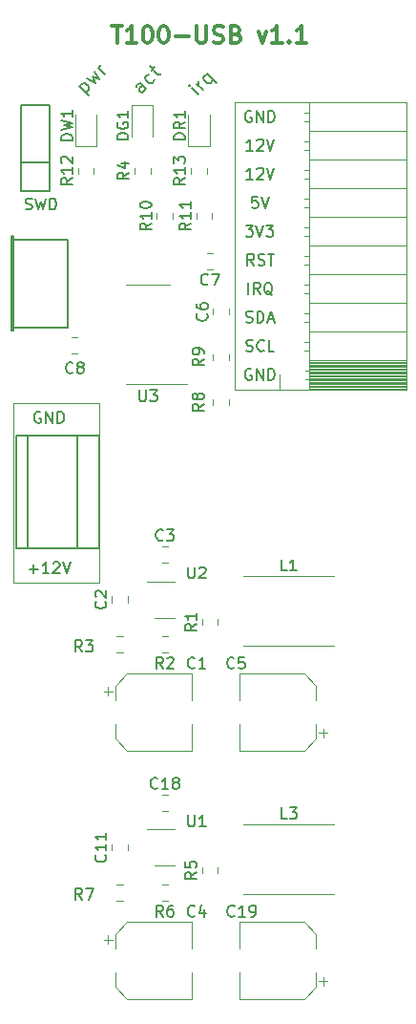
<source format=gbr>
G04 #@! TF.GenerationSoftware,KiCad,Pcbnew,5.1.5+dfsg1-2build2*
G04 #@! TF.CreationDate,2021-04-04T02:08:23+02:00*
G04 #@! TF.ProjectId,t100-usb,74313030-2d75-4736-922e-6b696361645f,rev?*
G04 #@! TF.SameCoordinates,Original*
G04 #@! TF.FileFunction,Legend,Top*
G04 #@! TF.FilePolarity,Positive*
%FSLAX46Y46*%
G04 Gerber Fmt 4.6, Leading zero omitted, Abs format (unit mm)*
G04 Created by KiCad (PCBNEW 5.1.5+dfsg1-2build2) date 2021-04-04 02:08:23*
%MOMM*%
%LPD*%
G04 APERTURE LIST*
%ADD10C,0.120000*%
%ADD11C,0.150000*%
%ADD12C,0.300000*%
%ADD13C,0.200000*%
%ADD14C,0.200660*%
G04 APERTURE END LIST*
D10*
X108775000Y-86420000D02*
X102235000Y-86420000D01*
X102235000Y-60900000D02*
X108775000Y-60900000D01*
X82550000Y-103505000D02*
X82550000Y-87630000D01*
X82550000Y-87630000D02*
X90170000Y-87630000D01*
X90170000Y-87630000D02*
X90170000Y-103505000D01*
X90170000Y-103505000D02*
X82550000Y-103505000D01*
D11*
X83642857Y-70404761D02*
X83785714Y-70452380D01*
X84023809Y-70452380D01*
X84119047Y-70404761D01*
X84166666Y-70357142D01*
X84214285Y-70261904D01*
X84214285Y-70166666D01*
X84166666Y-70071428D01*
X84119047Y-70023809D01*
X84023809Y-69976190D01*
X83833333Y-69928571D01*
X83738095Y-69880952D01*
X83690476Y-69833333D01*
X83642857Y-69738095D01*
X83642857Y-69642857D01*
X83690476Y-69547619D01*
X83738095Y-69500000D01*
X83833333Y-69452380D01*
X84071428Y-69452380D01*
X84214285Y-69500000D01*
X84547619Y-69452380D02*
X84785714Y-70452380D01*
X84976190Y-69738095D01*
X85166666Y-70452380D01*
X85404761Y-69452380D01*
X85785714Y-70452380D02*
X85785714Y-69452380D01*
X86023809Y-69452380D01*
X86166666Y-69500000D01*
X86261904Y-69595238D01*
X86309523Y-69690476D01*
X86357142Y-69880952D01*
X86357142Y-70023809D01*
X86309523Y-70214285D01*
X86261904Y-70309523D01*
X86166666Y-70404761D01*
X86023809Y-70452380D01*
X85785714Y-70452380D01*
D12*
X91321428Y-54178571D02*
X92178571Y-54178571D01*
X91750000Y-55678571D02*
X91750000Y-54178571D01*
X93464285Y-55678571D02*
X92607142Y-55678571D01*
X93035714Y-55678571D02*
X93035714Y-54178571D01*
X92892857Y-54392857D01*
X92750000Y-54535714D01*
X92607142Y-54607142D01*
X94392857Y-54178571D02*
X94535714Y-54178571D01*
X94678571Y-54250000D01*
X94750000Y-54321428D01*
X94821428Y-54464285D01*
X94892857Y-54750000D01*
X94892857Y-55107142D01*
X94821428Y-55392857D01*
X94750000Y-55535714D01*
X94678571Y-55607142D01*
X94535714Y-55678571D01*
X94392857Y-55678571D01*
X94250000Y-55607142D01*
X94178571Y-55535714D01*
X94107142Y-55392857D01*
X94035714Y-55107142D01*
X94035714Y-54750000D01*
X94107142Y-54464285D01*
X94178571Y-54321428D01*
X94250000Y-54250000D01*
X94392857Y-54178571D01*
X95821428Y-54178571D02*
X95964285Y-54178571D01*
X96107142Y-54250000D01*
X96178571Y-54321428D01*
X96250000Y-54464285D01*
X96321428Y-54750000D01*
X96321428Y-55107142D01*
X96250000Y-55392857D01*
X96178571Y-55535714D01*
X96107142Y-55607142D01*
X95964285Y-55678571D01*
X95821428Y-55678571D01*
X95678571Y-55607142D01*
X95607142Y-55535714D01*
X95535714Y-55392857D01*
X95464285Y-55107142D01*
X95464285Y-54750000D01*
X95535714Y-54464285D01*
X95607142Y-54321428D01*
X95678571Y-54250000D01*
X95821428Y-54178571D01*
X96964285Y-55107142D02*
X98107142Y-55107142D01*
X98821428Y-54178571D02*
X98821428Y-55392857D01*
X98892857Y-55535714D01*
X98964285Y-55607142D01*
X99107142Y-55678571D01*
X99392857Y-55678571D01*
X99535714Y-55607142D01*
X99607142Y-55535714D01*
X99678571Y-55392857D01*
X99678571Y-54178571D01*
X100321428Y-55607142D02*
X100535714Y-55678571D01*
X100892857Y-55678571D01*
X101035714Y-55607142D01*
X101107142Y-55535714D01*
X101178571Y-55392857D01*
X101178571Y-55250000D01*
X101107142Y-55107142D01*
X101035714Y-55035714D01*
X100892857Y-54964285D01*
X100607142Y-54892857D01*
X100464285Y-54821428D01*
X100392857Y-54750000D01*
X100321428Y-54607142D01*
X100321428Y-54464285D01*
X100392857Y-54321428D01*
X100464285Y-54250000D01*
X100607142Y-54178571D01*
X100964285Y-54178571D01*
X101178571Y-54250000D01*
X102321428Y-54892857D02*
X102535714Y-54964285D01*
X102607142Y-55035714D01*
X102678571Y-55178571D01*
X102678571Y-55392857D01*
X102607142Y-55535714D01*
X102535714Y-55607142D01*
X102392857Y-55678571D01*
X101821428Y-55678571D01*
X101821428Y-54178571D01*
X102321428Y-54178571D01*
X102464285Y-54250000D01*
X102535714Y-54321428D01*
X102607142Y-54464285D01*
X102607142Y-54607142D01*
X102535714Y-54750000D01*
X102464285Y-54821428D01*
X102321428Y-54892857D01*
X101821428Y-54892857D01*
X104321428Y-54678571D02*
X104678571Y-55678571D01*
X105035714Y-54678571D01*
X106392857Y-55678571D02*
X105535714Y-55678571D01*
X105964285Y-55678571D02*
X105964285Y-54178571D01*
X105821428Y-54392857D01*
X105678571Y-54535714D01*
X105535714Y-54607142D01*
X107035714Y-55535714D02*
X107107142Y-55607142D01*
X107035714Y-55678571D01*
X106964285Y-55607142D01*
X107035714Y-55535714D01*
X107035714Y-55678571D01*
X108535714Y-55678571D02*
X107678571Y-55678571D01*
X108107142Y-55678571D02*
X108107142Y-54178571D01*
X107964285Y-54392857D01*
X107821428Y-54535714D01*
X107678571Y-54607142D01*
D13*
X98992812Y-60259903D02*
X98427126Y-59694218D01*
X98144284Y-59411375D02*
X98144284Y-59492187D01*
X98225096Y-59492187D01*
X98225096Y-59411375D01*
X98144284Y-59411375D01*
X98225096Y-59492187D01*
X99396873Y-59855842D02*
X98831187Y-59290157D01*
X98992812Y-59451781D02*
X98952406Y-59330563D01*
X98952406Y-59249751D01*
X98992812Y-59128532D01*
X99073624Y-59047720D01*
X99720122Y-58401222D02*
X100568650Y-59249751D01*
X100245401Y-58926502D02*
X100204995Y-59047720D01*
X100043371Y-59209344D01*
X99922152Y-59249751D01*
X99841340Y-59249751D01*
X99720122Y-59209344D01*
X99477685Y-58966908D01*
X99437279Y-58845690D01*
X99437279Y-58764877D01*
X99477685Y-58643659D01*
X99639309Y-58482035D01*
X99760528Y-58441628D01*
X94356467Y-59726248D02*
X93912000Y-59281781D01*
X93790781Y-59241375D01*
X93669563Y-59281781D01*
X93507939Y-59443405D01*
X93467533Y-59564624D01*
X94316061Y-59685842D02*
X94275655Y-59807060D01*
X94073624Y-60009091D01*
X93952406Y-60049497D01*
X93831187Y-60009091D01*
X93750375Y-59928279D01*
X93709969Y-59807060D01*
X93750375Y-59685842D01*
X93952406Y-59483812D01*
X93992812Y-59362593D01*
X95083777Y-58918126D02*
X95043371Y-59039344D01*
X94881746Y-59200969D01*
X94760528Y-59241375D01*
X94679716Y-59241375D01*
X94558497Y-59200969D01*
X94316061Y-58958532D01*
X94275655Y-58837314D01*
X94275655Y-58756502D01*
X94316061Y-58635283D01*
X94477685Y-58473659D01*
X94598903Y-58433253D01*
X94800934Y-58150410D02*
X95124183Y-57827161D01*
X94639309Y-57746349D02*
X95366619Y-58473659D01*
X95487838Y-58514065D01*
X95609056Y-58473659D01*
X95689868Y-58392847D01*
X88427126Y-59524218D02*
X89275655Y-60372746D01*
X88467533Y-59564624D02*
X88507939Y-59443405D01*
X88669563Y-59281781D01*
X88790781Y-59241375D01*
X88871594Y-59241375D01*
X88992812Y-59281781D01*
X89235248Y-59524218D01*
X89275655Y-59645436D01*
X89275655Y-59726248D01*
X89235248Y-59847466D01*
X89073624Y-60009091D01*
X88952406Y-60049497D01*
X89114030Y-58837314D02*
X89841340Y-59241375D01*
X89598903Y-58675690D01*
X90164589Y-58918126D01*
X89760528Y-58190816D01*
X90649462Y-58433253D02*
X90083777Y-57867567D01*
X90245401Y-58029192D02*
X90204995Y-57907974D01*
X90204995Y-57827161D01*
X90245401Y-57705943D01*
X90326213Y-57625131D01*
D11*
X84963095Y-88400000D02*
X84867857Y-88352380D01*
X84725000Y-88352380D01*
X84582142Y-88400000D01*
X84486904Y-88495238D01*
X84439285Y-88590476D01*
X84391666Y-88780952D01*
X84391666Y-88923809D01*
X84439285Y-89114285D01*
X84486904Y-89209523D01*
X84582142Y-89304761D01*
X84725000Y-89352380D01*
X84820238Y-89352380D01*
X84963095Y-89304761D01*
X85010714Y-89257142D01*
X85010714Y-88923809D01*
X84820238Y-88923809D01*
X85439285Y-89352380D02*
X85439285Y-88352380D01*
X86010714Y-89352380D01*
X86010714Y-88352380D01*
X86486904Y-89352380D02*
X86486904Y-88352380D01*
X86725000Y-88352380D01*
X86867857Y-88400000D01*
X86963095Y-88495238D01*
X87010714Y-88590476D01*
X87058333Y-88780952D01*
X87058333Y-88923809D01*
X87010714Y-89114285D01*
X86963095Y-89209523D01*
X86867857Y-89304761D01*
X86725000Y-89352380D01*
X86486904Y-89352380D01*
X83963095Y-102306428D02*
X84725000Y-102306428D01*
X84344047Y-102687380D02*
X84344047Y-101925476D01*
X85725000Y-102687380D02*
X85153571Y-102687380D01*
X85439285Y-102687380D02*
X85439285Y-101687380D01*
X85344047Y-101830238D01*
X85248809Y-101925476D01*
X85153571Y-101973095D01*
X86105952Y-101782619D02*
X86153571Y-101735000D01*
X86248809Y-101687380D01*
X86486904Y-101687380D01*
X86582142Y-101735000D01*
X86629761Y-101782619D01*
X86677380Y-101877857D01*
X86677380Y-101973095D01*
X86629761Y-102115952D01*
X86058333Y-102687380D01*
X86677380Y-102687380D01*
X86963095Y-101687380D02*
X87296428Y-102687380D01*
X87629761Y-101687380D01*
D10*
X102235000Y-60900000D02*
X102235000Y-86420000D01*
D11*
X103661785Y-84590000D02*
X103566547Y-84542380D01*
X103423690Y-84542380D01*
X103280833Y-84590000D01*
X103185595Y-84685238D01*
X103137976Y-84780476D01*
X103090357Y-84970952D01*
X103090357Y-85113809D01*
X103137976Y-85304285D01*
X103185595Y-85399523D01*
X103280833Y-85494761D01*
X103423690Y-85542380D01*
X103518928Y-85542380D01*
X103661785Y-85494761D01*
X103709404Y-85447142D01*
X103709404Y-85113809D01*
X103518928Y-85113809D01*
X104137976Y-85542380D02*
X104137976Y-84542380D01*
X104709404Y-85542380D01*
X104709404Y-84542380D01*
X105185595Y-85542380D02*
X105185595Y-84542380D01*
X105423690Y-84542380D01*
X105566547Y-84590000D01*
X105661785Y-84685238D01*
X105709404Y-84780476D01*
X105757023Y-84970952D01*
X105757023Y-85113809D01*
X105709404Y-85304285D01*
X105661785Y-85399523D01*
X105566547Y-85494761D01*
X105423690Y-85542380D01*
X105185595Y-85542380D01*
X103233214Y-82954761D02*
X103376071Y-83002380D01*
X103614166Y-83002380D01*
X103709404Y-82954761D01*
X103757023Y-82907142D01*
X103804643Y-82811904D01*
X103804643Y-82716666D01*
X103757023Y-82621428D01*
X103709404Y-82573809D01*
X103614166Y-82526190D01*
X103423690Y-82478571D01*
X103328452Y-82430952D01*
X103280833Y-82383333D01*
X103233214Y-82288095D01*
X103233214Y-82192857D01*
X103280833Y-82097619D01*
X103328452Y-82050000D01*
X103423690Y-82002380D01*
X103661785Y-82002380D01*
X103804643Y-82050000D01*
X104804643Y-82907142D02*
X104757023Y-82954761D01*
X104614166Y-83002380D01*
X104518928Y-83002380D01*
X104376071Y-82954761D01*
X104280833Y-82859523D01*
X104233214Y-82764285D01*
X104185595Y-82573809D01*
X104185595Y-82430952D01*
X104233214Y-82240476D01*
X104280833Y-82145238D01*
X104376071Y-82050000D01*
X104518928Y-82002380D01*
X104614166Y-82002380D01*
X104757023Y-82050000D01*
X104804643Y-82097619D01*
X105709404Y-83002380D02*
X105233214Y-83002380D01*
X105233214Y-82002380D01*
X103209404Y-80414761D02*
X103352261Y-80462380D01*
X103590356Y-80462380D01*
X103685594Y-80414761D01*
X103733213Y-80367142D01*
X103780832Y-80271904D01*
X103780832Y-80176666D01*
X103733213Y-80081428D01*
X103685594Y-80033809D01*
X103590356Y-79986190D01*
X103399880Y-79938571D01*
X103304642Y-79890952D01*
X103257023Y-79843333D01*
X103209404Y-79748095D01*
X103209404Y-79652857D01*
X103257023Y-79557619D01*
X103304642Y-79510000D01*
X103399880Y-79462380D01*
X103637975Y-79462380D01*
X103780832Y-79510000D01*
X104209404Y-80462380D02*
X104209404Y-79462380D01*
X104447499Y-79462380D01*
X104590356Y-79510000D01*
X104685594Y-79605238D01*
X104733213Y-79700476D01*
X104780832Y-79890952D01*
X104780832Y-80033809D01*
X104733213Y-80224285D01*
X104685594Y-80319523D01*
X104590356Y-80414761D01*
X104447499Y-80462380D01*
X104209404Y-80462380D01*
X105161785Y-80176666D02*
X105637975Y-80176666D01*
X105066547Y-80462380D02*
X105399880Y-79462380D01*
X105733213Y-80462380D01*
X103399880Y-77922380D02*
X103399880Y-76922380D01*
X104447499Y-77922380D02*
X104114166Y-77446190D01*
X103876071Y-77922380D02*
X103876071Y-76922380D01*
X104257023Y-76922380D01*
X104352261Y-76970000D01*
X104399880Y-77017619D01*
X104447499Y-77112857D01*
X104447499Y-77255714D01*
X104399880Y-77350952D01*
X104352261Y-77398571D01*
X104257023Y-77446190D01*
X103876071Y-77446190D01*
X105542737Y-78017619D02*
X105447499Y-77970000D01*
X105352261Y-77874761D01*
X105209404Y-77731904D01*
X105114166Y-77684285D01*
X105018928Y-77684285D01*
X105066547Y-77922380D02*
X104971309Y-77874761D01*
X104876071Y-77779523D01*
X104828452Y-77589047D01*
X104828452Y-77255714D01*
X104876071Y-77065238D01*
X104971309Y-76970000D01*
X105066547Y-76922380D01*
X105257023Y-76922380D01*
X105352261Y-76970000D01*
X105447499Y-77065238D01*
X105495118Y-77255714D01*
X105495118Y-77589047D01*
X105447499Y-77779523D01*
X105352261Y-77874761D01*
X105257023Y-77922380D01*
X105066547Y-77922380D01*
X103899881Y-75382380D02*
X103566547Y-74906190D01*
X103328452Y-75382380D02*
X103328452Y-74382380D01*
X103709404Y-74382380D01*
X103804643Y-74430000D01*
X103852262Y-74477619D01*
X103899881Y-74572857D01*
X103899881Y-74715714D01*
X103852262Y-74810952D01*
X103804643Y-74858571D01*
X103709404Y-74906190D01*
X103328452Y-74906190D01*
X104280833Y-75334761D02*
X104423690Y-75382380D01*
X104661785Y-75382380D01*
X104757023Y-75334761D01*
X104804643Y-75287142D01*
X104852262Y-75191904D01*
X104852262Y-75096666D01*
X104804643Y-75001428D01*
X104757023Y-74953809D01*
X104661785Y-74906190D01*
X104471309Y-74858571D01*
X104376071Y-74810952D01*
X104328452Y-74763333D01*
X104280833Y-74668095D01*
X104280833Y-74572857D01*
X104328452Y-74477619D01*
X104376071Y-74430000D01*
X104471309Y-74382380D01*
X104709404Y-74382380D01*
X104852262Y-74430000D01*
X105137976Y-74382380D02*
X105709404Y-74382380D01*
X105423690Y-75382380D02*
X105423690Y-74382380D01*
X103185595Y-71842380D02*
X103804643Y-71842380D01*
X103471309Y-72223333D01*
X103614166Y-72223333D01*
X103709404Y-72270952D01*
X103757023Y-72318571D01*
X103804643Y-72413809D01*
X103804643Y-72651904D01*
X103757023Y-72747142D01*
X103709404Y-72794761D01*
X103614166Y-72842380D01*
X103328452Y-72842380D01*
X103233214Y-72794761D01*
X103185595Y-72747142D01*
X104090357Y-71842380D02*
X104423690Y-72842380D01*
X104757023Y-71842380D01*
X104995119Y-71842380D02*
X105614166Y-71842380D01*
X105280833Y-72223333D01*
X105423690Y-72223333D01*
X105518928Y-72270952D01*
X105566547Y-72318571D01*
X105614166Y-72413809D01*
X105614166Y-72651904D01*
X105566547Y-72747142D01*
X105518928Y-72794761D01*
X105423690Y-72842380D01*
X105137976Y-72842380D01*
X105042738Y-72794761D01*
X104995119Y-72747142D01*
X104233213Y-69302380D02*
X103757023Y-69302380D01*
X103709404Y-69778571D01*
X103757023Y-69730952D01*
X103852261Y-69683333D01*
X104090356Y-69683333D01*
X104185594Y-69730952D01*
X104233213Y-69778571D01*
X104280832Y-69873809D01*
X104280832Y-70111904D01*
X104233213Y-70207142D01*
X104185594Y-70254761D01*
X104090356Y-70302380D01*
X103852261Y-70302380D01*
X103757023Y-70254761D01*
X103709404Y-70207142D01*
X104566547Y-69302380D02*
X104899880Y-70302380D01*
X105233213Y-69302380D01*
X103804643Y-67762380D02*
X103233214Y-67762380D01*
X103518928Y-67762380D02*
X103518928Y-66762380D01*
X103423690Y-66905238D01*
X103328452Y-67000476D01*
X103233214Y-67048095D01*
X104185595Y-66857619D02*
X104233214Y-66810000D01*
X104328452Y-66762380D01*
X104566547Y-66762380D01*
X104661785Y-66810000D01*
X104709404Y-66857619D01*
X104757023Y-66952857D01*
X104757023Y-67048095D01*
X104709404Y-67190952D01*
X104137976Y-67762380D01*
X104757023Y-67762380D01*
X105042738Y-66762380D02*
X105376071Y-67762380D01*
X105709404Y-66762380D01*
X103804643Y-65222380D02*
X103233214Y-65222380D01*
X103518928Y-65222380D02*
X103518928Y-64222380D01*
X103423690Y-64365238D01*
X103328452Y-64460476D01*
X103233214Y-64508095D01*
X104185595Y-64317619D02*
X104233214Y-64270000D01*
X104328452Y-64222380D01*
X104566547Y-64222380D01*
X104661785Y-64270000D01*
X104709404Y-64317619D01*
X104757023Y-64412857D01*
X104757023Y-64508095D01*
X104709404Y-64650952D01*
X104137976Y-65222380D01*
X104757023Y-65222380D01*
X105042738Y-64222380D02*
X105376071Y-65222380D01*
X105709404Y-64222380D01*
X103661785Y-61730000D02*
X103566547Y-61682380D01*
X103423690Y-61682380D01*
X103280833Y-61730000D01*
X103185595Y-61825238D01*
X103137976Y-61920476D01*
X103090357Y-62110952D01*
X103090357Y-62253809D01*
X103137976Y-62444285D01*
X103185595Y-62539523D01*
X103280833Y-62634761D01*
X103423690Y-62682380D01*
X103518928Y-62682380D01*
X103661785Y-62634761D01*
X103709404Y-62587142D01*
X103709404Y-62253809D01*
X103518928Y-62253809D01*
X104137976Y-62682380D02*
X104137976Y-61682380D01*
X104709404Y-62682380D01*
X104709404Y-61682380D01*
X105185595Y-62682380D02*
X105185595Y-61682380D01*
X105423690Y-61682380D01*
X105566547Y-61730000D01*
X105661785Y-61825238D01*
X105709404Y-61920476D01*
X105757023Y-62110952D01*
X105757023Y-62253809D01*
X105709404Y-62444285D01*
X105661785Y-62539523D01*
X105566547Y-62634761D01*
X105423690Y-62682380D01*
X105185595Y-62682380D01*
D10*
X107315000Y-86420000D02*
X106205000Y-86420000D01*
X106205000Y-86420000D02*
X106205000Y-85090000D01*
X117405000Y-86420000D02*
X117405000Y-60900000D01*
X117405000Y-60900000D02*
X108775000Y-60900000D01*
X108775000Y-86420000D02*
X108775000Y-60900000D01*
X117405000Y-86420000D02*
X108775000Y-86420000D01*
X117405000Y-63500000D02*
X108775000Y-63500000D01*
X117405000Y-66040000D02*
X108775000Y-66040000D01*
X117405000Y-68580000D02*
X108775000Y-68580000D01*
X117405000Y-71120000D02*
X108775000Y-71120000D01*
X117405000Y-73660000D02*
X108775000Y-73660000D01*
X117405000Y-76200000D02*
X108775000Y-76200000D01*
X117405000Y-78740000D02*
X108775000Y-78740000D01*
X117405000Y-81280000D02*
X108775000Y-81280000D01*
X117405000Y-83820000D02*
X108775000Y-83820000D01*
X108775000Y-61870000D02*
X108365000Y-61870000D01*
X108775000Y-62590000D02*
X108365000Y-62590000D01*
X108775000Y-64410000D02*
X108365000Y-64410000D01*
X108775000Y-65130000D02*
X108365000Y-65130000D01*
X108775000Y-66950000D02*
X108365000Y-66950000D01*
X108775000Y-67670000D02*
X108365000Y-67670000D01*
X108775000Y-69490000D02*
X108365000Y-69490000D01*
X108775000Y-70210000D02*
X108365000Y-70210000D01*
X108775000Y-72030000D02*
X108365000Y-72030000D01*
X108775000Y-72750000D02*
X108365000Y-72750000D01*
X108775000Y-74570000D02*
X108365000Y-74570000D01*
X108775000Y-75290000D02*
X108365000Y-75290000D01*
X108775000Y-77110000D02*
X108365000Y-77110000D01*
X108775000Y-77830000D02*
X108365000Y-77830000D01*
X108775000Y-79650000D02*
X108365000Y-79650000D01*
X108775000Y-80370000D02*
X108365000Y-80370000D01*
X108775000Y-82190000D02*
X108365000Y-82190000D01*
X108775000Y-82910000D02*
X108365000Y-82910000D01*
X108775000Y-84730000D02*
X108425000Y-84730000D01*
X108775000Y-85450000D02*
X108425000Y-85450000D01*
X117405000Y-83938100D02*
X108775000Y-83938100D01*
X117405000Y-84056195D02*
X108775000Y-84056195D01*
X117405000Y-84174290D02*
X108775000Y-84174290D01*
X117405000Y-84292385D02*
X108775000Y-84292385D01*
X117405000Y-84410480D02*
X108775000Y-84410480D01*
X117405000Y-84528575D02*
X108775000Y-84528575D01*
X117405000Y-84646670D02*
X108775000Y-84646670D01*
X117405000Y-84764765D02*
X108775000Y-84764765D01*
X117405000Y-84882860D02*
X108775000Y-84882860D01*
X117405000Y-85000955D02*
X108775000Y-85000955D01*
X117405000Y-85119050D02*
X108775000Y-85119050D01*
X117405000Y-85237145D02*
X108775000Y-85237145D01*
X117405000Y-85355240D02*
X108775000Y-85355240D01*
X117405000Y-85473335D02*
X108775000Y-85473335D01*
X117405000Y-85591430D02*
X108775000Y-85591430D01*
X117405000Y-85709525D02*
X108775000Y-85709525D01*
X117405000Y-85827620D02*
X108775000Y-85827620D01*
X117405000Y-85945715D02*
X108775000Y-85945715D01*
X117405000Y-86063810D02*
X108775000Y-86063810D01*
X117405000Y-86181905D02*
X108775000Y-86181905D01*
X117405000Y-86300000D02*
X108775000Y-86300000D01*
X100261252Y-74265000D02*
X99738748Y-74265000D01*
X100261252Y-75735000D02*
X99738748Y-75735000D01*
D11*
X90200000Y-90500000D02*
X90200000Y-100500000D01*
X90200000Y-100500000D02*
X82800000Y-100500000D01*
X82800000Y-100500000D02*
X82800000Y-90500000D01*
X82800000Y-90500000D02*
X90200000Y-90500000D01*
X88200000Y-90500000D02*
X88200000Y-100500000D01*
X83800000Y-90500000D02*
X83800000Y-100500000D01*
X85770000Y-68810000D02*
X83230000Y-68810000D01*
X85770000Y-61190000D02*
X85770000Y-68810000D01*
X83230000Y-61190000D02*
X85770000Y-61190000D01*
X83230000Y-68810000D02*
X83230000Y-61190000D01*
X83230000Y-66270000D02*
X85770000Y-66270000D01*
D10*
X94500000Y-85935000D02*
X97950000Y-85935000D01*
X94500000Y-85935000D02*
X92550000Y-85935000D01*
X94500000Y-77065000D02*
X96450000Y-77065000D01*
X94500000Y-77065000D02*
X92550000Y-77065000D01*
X101710000Y-79758578D02*
X101710000Y-79241422D01*
X100290000Y-79758578D02*
X100290000Y-79241422D01*
X103000000Y-131100000D02*
X111000000Y-131100000D01*
X103000000Y-124900000D02*
X111000000Y-124900000D01*
X103000000Y-109100000D02*
X111000000Y-109100000D01*
X103000000Y-102900000D02*
X111000000Y-102900000D01*
X87741422Y-81790000D02*
X88258578Y-81790000D01*
X87741422Y-83210000D02*
X88258578Y-83210000D01*
X96900000Y-103390000D02*
X94450000Y-103390000D01*
X95100000Y-106610000D02*
X96900000Y-106610000D01*
X96900000Y-125390000D02*
X94450000Y-125390000D01*
X95100000Y-128610000D02*
X96900000Y-128610000D01*
X99710000Y-67258578D02*
X99710000Y-66741422D01*
X98290000Y-67258578D02*
X98290000Y-66741422D01*
X88290000Y-66741422D02*
X88290000Y-67258578D01*
X89710000Y-66741422D02*
X89710000Y-67258578D01*
X100210000Y-71258578D02*
X100210000Y-70741422D01*
X98790000Y-71258578D02*
X98790000Y-70741422D01*
X96710000Y-71258578D02*
X96710000Y-70741422D01*
X95290000Y-71258578D02*
X95290000Y-70741422D01*
X101710000Y-83758578D02*
X101710000Y-83241422D01*
X100290000Y-83758578D02*
X100290000Y-83241422D01*
X100290000Y-87241422D02*
X100290000Y-87758578D01*
X101710000Y-87241422D02*
X101710000Y-87758578D01*
X91741422Y-131710000D02*
X92258578Y-131710000D01*
X91741422Y-130290000D02*
X92258578Y-130290000D01*
X95741422Y-131710000D02*
X96258578Y-131710000D01*
X95741422Y-130290000D02*
X96258578Y-130290000D01*
X100710000Y-129258578D02*
X100710000Y-128741422D01*
X99290000Y-129258578D02*
X99290000Y-128741422D01*
X94710000Y-67258578D02*
X94710000Y-66741422D01*
X93290000Y-67258578D02*
X93290000Y-66741422D01*
X91741422Y-109710000D02*
X92258578Y-109710000D01*
X91741422Y-108290000D02*
X92258578Y-108290000D01*
X95741422Y-109710000D02*
X96258578Y-109710000D01*
X95741422Y-108290000D02*
X96258578Y-108290000D01*
X100710000Y-107258578D02*
X100710000Y-106741422D01*
X99290000Y-107258578D02*
X99290000Y-106741422D01*
D14*
X87355680Y-80898900D02*
X82354420Y-80898900D01*
X87355680Y-73101100D02*
X87355680Y-80898900D01*
X82354420Y-73101100D02*
X87355680Y-73101100D01*
X82555080Y-72798840D02*
X82354420Y-72798840D01*
X82555080Y-81201160D02*
X82555080Y-72798840D01*
X82354420Y-81201160D02*
X82555080Y-81201160D01*
X82354420Y-72798840D02*
X82354420Y-81201160D01*
X82456020Y-72798840D02*
X82456020Y-81201160D01*
D10*
X93040000Y-61140000D02*
X93040000Y-64000000D01*
X94960000Y-61140000D02*
X93040000Y-61140000D01*
X94960000Y-64000000D02*
X94960000Y-61140000D01*
X89960000Y-64860000D02*
X89960000Y-62000000D01*
X88040000Y-64860000D02*
X89960000Y-64860000D01*
X88040000Y-62000000D02*
X88040000Y-64860000D01*
X99960000Y-64860000D02*
X99960000Y-62000000D01*
X98040000Y-64860000D02*
X99960000Y-64860000D01*
X98040000Y-62000000D02*
X98040000Y-64860000D01*
X110043750Y-139241250D02*
X110043750Y-138453750D01*
X110437500Y-138847500D02*
X109650000Y-138847500D01*
X109410000Y-134654437D02*
X108345563Y-133590000D01*
X109410000Y-139345563D02*
X108345563Y-140410000D01*
X109410000Y-139345563D02*
X109410000Y-138060000D01*
X109410000Y-134654437D02*
X109410000Y-135940000D01*
X108345563Y-133590000D02*
X102590000Y-133590000D01*
X108345563Y-140410000D02*
X102590000Y-140410000D01*
X102590000Y-140410000D02*
X102590000Y-138060000D01*
X102590000Y-133590000D02*
X102590000Y-135940000D01*
X95741422Y-123710000D02*
X96258578Y-123710000D01*
X95741422Y-122290000D02*
X96258578Y-122290000D01*
X92710000Y-127258578D02*
X92710000Y-126741422D01*
X91290000Y-127258578D02*
X91290000Y-126741422D01*
X110043750Y-117241250D02*
X110043750Y-116453750D01*
X110437500Y-116847500D02*
X109650000Y-116847500D01*
X109410000Y-112654437D02*
X108345563Y-111590000D01*
X109410000Y-117345563D02*
X108345563Y-118410000D01*
X109410000Y-117345563D02*
X109410000Y-116060000D01*
X109410000Y-112654437D02*
X109410000Y-113940000D01*
X108345563Y-111590000D02*
X102590000Y-111590000D01*
X108345563Y-118410000D02*
X102590000Y-118410000D01*
X102590000Y-118410000D02*
X102590000Y-116060000D01*
X102590000Y-111590000D02*
X102590000Y-113940000D01*
X90956250Y-134758750D02*
X90956250Y-135546250D01*
X90562500Y-135152500D02*
X91350000Y-135152500D01*
X91590000Y-139345563D02*
X92654437Y-140410000D01*
X91590000Y-134654437D02*
X92654437Y-133590000D01*
X91590000Y-134654437D02*
X91590000Y-135940000D01*
X91590000Y-139345563D02*
X91590000Y-138060000D01*
X92654437Y-140410000D02*
X98410000Y-140410000D01*
X92654437Y-133590000D02*
X98410000Y-133590000D01*
X98410000Y-133590000D02*
X98410000Y-135940000D01*
X98410000Y-140410000D02*
X98410000Y-138060000D01*
X95741422Y-101710000D02*
X96258578Y-101710000D01*
X95741422Y-100290000D02*
X96258578Y-100290000D01*
X92710000Y-105258578D02*
X92710000Y-104741422D01*
X91290000Y-105258578D02*
X91290000Y-104741422D01*
X90956250Y-112758750D02*
X90956250Y-113546250D01*
X90562500Y-113152500D02*
X91350000Y-113152500D01*
X91590000Y-117345563D02*
X92654437Y-118410000D01*
X91590000Y-112654437D02*
X92654437Y-111590000D01*
X91590000Y-112654437D02*
X91590000Y-113940000D01*
X91590000Y-117345563D02*
X91590000Y-116060000D01*
X92654437Y-118410000D02*
X98410000Y-118410000D01*
X92654437Y-111590000D02*
X98410000Y-111590000D01*
X98410000Y-111590000D02*
X98410000Y-113940000D01*
X98410000Y-118410000D02*
X98410000Y-116060000D01*
D11*
X99833333Y-77037142D02*
X99785714Y-77084761D01*
X99642857Y-77132380D01*
X99547619Y-77132380D01*
X99404761Y-77084761D01*
X99309523Y-76989523D01*
X99261904Y-76894285D01*
X99214285Y-76703809D01*
X99214285Y-76560952D01*
X99261904Y-76370476D01*
X99309523Y-76275238D01*
X99404761Y-76180000D01*
X99547619Y-76132380D01*
X99642857Y-76132380D01*
X99785714Y-76180000D01*
X99833333Y-76227619D01*
X100166666Y-76132380D02*
X100833333Y-76132380D01*
X100404761Y-77132380D01*
X93738095Y-86452380D02*
X93738095Y-87261904D01*
X93785714Y-87357142D01*
X93833333Y-87404761D01*
X93928571Y-87452380D01*
X94119047Y-87452380D01*
X94214285Y-87404761D01*
X94261904Y-87357142D01*
X94309523Y-87261904D01*
X94309523Y-86452380D01*
X94690476Y-86452380D02*
X95309523Y-86452380D01*
X94976190Y-86833333D01*
X95119047Y-86833333D01*
X95214285Y-86880952D01*
X95261904Y-86928571D01*
X95309523Y-87023809D01*
X95309523Y-87261904D01*
X95261904Y-87357142D01*
X95214285Y-87404761D01*
X95119047Y-87452380D01*
X94833333Y-87452380D01*
X94738095Y-87404761D01*
X94690476Y-87357142D01*
X99707142Y-79666666D02*
X99754761Y-79714285D01*
X99802380Y-79857142D01*
X99802380Y-79952380D01*
X99754761Y-80095238D01*
X99659523Y-80190476D01*
X99564285Y-80238095D01*
X99373809Y-80285714D01*
X99230952Y-80285714D01*
X99040476Y-80238095D01*
X98945238Y-80190476D01*
X98850000Y-80095238D01*
X98802380Y-79952380D01*
X98802380Y-79857142D01*
X98850000Y-79714285D01*
X98897619Y-79666666D01*
X98802380Y-78809523D02*
X98802380Y-79000000D01*
X98850000Y-79095238D01*
X98897619Y-79142857D01*
X99040476Y-79238095D01*
X99230952Y-79285714D01*
X99611904Y-79285714D01*
X99707142Y-79238095D01*
X99754761Y-79190476D01*
X99802380Y-79095238D01*
X99802380Y-78904761D01*
X99754761Y-78809523D01*
X99707142Y-78761904D01*
X99611904Y-78714285D01*
X99373809Y-78714285D01*
X99278571Y-78761904D01*
X99230952Y-78809523D01*
X99183333Y-78904761D01*
X99183333Y-79095238D01*
X99230952Y-79190476D01*
X99278571Y-79238095D01*
X99373809Y-79285714D01*
X106833333Y-124452380D02*
X106357142Y-124452380D01*
X106357142Y-123452380D01*
X107071428Y-123452380D02*
X107690476Y-123452380D01*
X107357142Y-123833333D01*
X107500000Y-123833333D01*
X107595238Y-123880952D01*
X107642857Y-123928571D01*
X107690476Y-124023809D01*
X107690476Y-124261904D01*
X107642857Y-124357142D01*
X107595238Y-124404761D01*
X107500000Y-124452380D01*
X107214285Y-124452380D01*
X107119047Y-124404761D01*
X107071428Y-124357142D01*
X106833333Y-102452380D02*
X106357142Y-102452380D01*
X106357142Y-101452380D01*
X107690476Y-102452380D02*
X107119047Y-102452380D01*
X107404761Y-102452380D02*
X107404761Y-101452380D01*
X107309523Y-101595238D01*
X107214285Y-101690476D01*
X107119047Y-101738095D01*
X87833333Y-84857142D02*
X87785714Y-84904761D01*
X87642857Y-84952380D01*
X87547619Y-84952380D01*
X87404761Y-84904761D01*
X87309523Y-84809523D01*
X87261904Y-84714285D01*
X87214285Y-84523809D01*
X87214285Y-84380952D01*
X87261904Y-84190476D01*
X87309523Y-84095238D01*
X87404761Y-84000000D01*
X87547619Y-83952380D01*
X87642857Y-83952380D01*
X87785714Y-84000000D01*
X87833333Y-84047619D01*
X88404761Y-84380952D02*
X88309523Y-84333333D01*
X88261904Y-84285714D01*
X88214285Y-84190476D01*
X88214285Y-84142857D01*
X88261904Y-84047619D01*
X88309523Y-84000000D01*
X88404761Y-83952380D01*
X88595238Y-83952380D01*
X88690476Y-84000000D01*
X88738095Y-84047619D01*
X88785714Y-84142857D01*
X88785714Y-84190476D01*
X88738095Y-84285714D01*
X88690476Y-84333333D01*
X88595238Y-84380952D01*
X88404761Y-84380952D01*
X88309523Y-84428571D01*
X88261904Y-84476190D01*
X88214285Y-84571428D01*
X88214285Y-84761904D01*
X88261904Y-84857142D01*
X88309523Y-84904761D01*
X88404761Y-84952380D01*
X88595238Y-84952380D01*
X88690476Y-84904761D01*
X88738095Y-84857142D01*
X88785714Y-84761904D01*
X88785714Y-84571428D01*
X88738095Y-84476190D01*
X88690476Y-84428571D01*
X88595238Y-84380952D01*
X98053095Y-102122380D02*
X98053095Y-102931904D01*
X98100714Y-103027142D01*
X98148333Y-103074761D01*
X98243571Y-103122380D01*
X98434047Y-103122380D01*
X98529285Y-103074761D01*
X98576904Y-103027142D01*
X98624523Y-102931904D01*
X98624523Y-102122380D01*
X99053095Y-102217619D02*
X99100714Y-102170000D01*
X99195952Y-102122380D01*
X99434047Y-102122380D01*
X99529285Y-102170000D01*
X99576904Y-102217619D01*
X99624523Y-102312857D01*
X99624523Y-102408095D01*
X99576904Y-102550952D01*
X99005476Y-103122380D01*
X99624523Y-103122380D01*
X98053095Y-124122380D02*
X98053095Y-124931904D01*
X98100714Y-125027142D01*
X98148333Y-125074761D01*
X98243571Y-125122380D01*
X98434047Y-125122380D01*
X98529285Y-125074761D01*
X98576904Y-125027142D01*
X98624523Y-124931904D01*
X98624523Y-124122380D01*
X99624523Y-125122380D02*
X99053095Y-125122380D01*
X99338809Y-125122380D02*
X99338809Y-124122380D01*
X99243571Y-124265238D01*
X99148333Y-124360476D01*
X99053095Y-124408095D01*
X97802380Y-67642857D02*
X97326190Y-67976190D01*
X97802380Y-68214285D02*
X96802380Y-68214285D01*
X96802380Y-67833333D01*
X96850000Y-67738095D01*
X96897619Y-67690476D01*
X96992857Y-67642857D01*
X97135714Y-67642857D01*
X97230952Y-67690476D01*
X97278571Y-67738095D01*
X97326190Y-67833333D01*
X97326190Y-68214285D01*
X97802380Y-66690476D02*
X97802380Y-67261904D01*
X97802380Y-66976190D02*
X96802380Y-66976190D01*
X96945238Y-67071428D01*
X97040476Y-67166666D01*
X97088095Y-67261904D01*
X96802380Y-66357142D02*
X96802380Y-65738095D01*
X97183333Y-66071428D01*
X97183333Y-65928571D01*
X97230952Y-65833333D01*
X97278571Y-65785714D01*
X97373809Y-65738095D01*
X97611904Y-65738095D01*
X97707142Y-65785714D01*
X97754761Y-65833333D01*
X97802380Y-65928571D01*
X97802380Y-66214285D01*
X97754761Y-66309523D01*
X97707142Y-66357142D01*
X87767380Y-67642857D02*
X87291190Y-67976190D01*
X87767380Y-68214285D02*
X86767380Y-68214285D01*
X86767380Y-67833333D01*
X86815000Y-67738095D01*
X86862619Y-67690476D01*
X86957857Y-67642857D01*
X87100714Y-67642857D01*
X87195952Y-67690476D01*
X87243571Y-67738095D01*
X87291190Y-67833333D01*
X87291190Y-68214285D01*
X87767380Y-66690476D02*
X87767380Y-67261904D01*
X87767380Y-66976190D02*
X86767380Y-66976190D01*
X86910238Y-67071428D01*
X87005476Y-67166666D01*
X87053095Y-67261904D01*
X86862619Y-66309523D02*
X86815000Y-66261904D01*
X86767380Y-66166666D01*
X86767380Y-65928571D01*
X86815000Y-65833333D01*
X86862619Y-65785714D01*
X86957857Y-65738095D01*
X87053095Y-65738095D01*
X87195952Y-65785714D01*
X87767380Y-66357142D01*
X87767380Y-65738095D01*
X98302380Y-71642857D02*
X97826190Y-71976190D01*
X98302380Y-72214285D02*
X97302380Y-72214285D01*
X97302380Y-71833333D01*
X97350000Y-71738095D01*
X97397619Y-71690476D01*
X97492857Y-71642857D01*
X97635714Y-71642857D01*
X97730952Y-71690476D01*
X97778571Y-71738095D01*
X97826190Y-71833333D01*
X97826190Y-72214285D01*
X98302380Y-70690476D02*
X98302380Y-71261904D01*
X98302380Y-70976190D02*
X97302380Y-70976190D01*
X97445238Y-71071428D01*
X97540476Y-71166666D01*
X97588095Y-71261904D01*
X98302380Y-69738095D02*
X98302380Y-70309523D01*
X98302380Y-70023809D02*
X97302380Y-70023809D01*
X97445238Y-70119047D01*
X97540476Y-70214285D01*
X97588095Y-70309523D01*
X94802380Y-71642857D02*
X94326190Y-71976190D01*
X94802380Y-72214285D02*
X93802380Y-72214285D01*
X93802380Y-71833333D01*
X93850000Y-71738095D01*
X93897619Y-71690476D01*
X93992857Y-71642857D01*
X94135714Y-71642857D01*
X94230952Y-71690476D01*
X94278571Y-71738095D01*
X94326190Y-71833333D01*
X94326190Y-72214285D01*
X94802380Y-70690476D02*
X94802380Y-71261904D01*
X94802380Y-70976190D02*
X93802380Y-70976190D01*
X93945238Y-71071428D01*
X94040476Y-71166666D01*
X94088095Y-71261904D01*
X93802380Y-70071428D02*
X93802380Y-69976190D01*
X93850000Y-69880952D01*
X93897619Y-69833333D01*
X93992857Y-69785714D01*
X94183333Y-69738095D01*
X94421428Y-69738095D01*
X94611904Y-69785714D01*
X94707142Y-69833333D01*
X94754761Y-69880952D01*
X94802380Y-69976190D01*
X94802380Y-70071428D01*
X94754761Y-70166666D01*
X94707142Y-70214285D01*
X94611904Y-70261904D01*
X94421428Y-70309523D01*
X94183333Y-70309523D01*
X93992857Y-70261904D01*
X93897619Y-70214285D01*
X93850000Y-70166666D01*
X93802380Y-70071428D01*
X99452380Y-83666666D02*
X98976190Y-84000000D01*
X99452380Y-84238095D02*
X98452380Y-84238095D01*
X98452380Y-83857142D01*
X98500000Y-83761904D01*
X98547619Y-83714285D01*
X98642857Y-83666666D01*
X98785714Y-83666666D01*
X98880952Y-83714285D01*
X98928571Y-83761904D01*
X98976190Y-83857142D01*
X98976190Y-84238095D01*
X99452380Y-83190476D02*
X99452380Y-83000000D01*
X99404761Y-82904761D01*
X99357142Y-82857142D01*
X99214285Y-82761904D01*
X99023809Y-82714285D01*
X98642857Y-82714285D01*
X98547619Y-82761904D01*
X98500000Y-82809523D01*
X98452380Y-82904761D01*
X98452380Y-83095238D01*
X98500000Y-83190476D01*
X98547619Y-83238095D01*
X98642857Y-83285714D01*
X98880952Y-83285714D01*
X98976190Y-83238095D01*
X99023809Y-83190476D01*
X99071428Y-83095238D01*
X99071428Y-82904761D01*
X99023809Y-82809523D01*
X98976190Y-82761904D01*
X98880952Y-82714285D01*
X99452380Y-87666666D02*
X98976190Y-88000000D01*
X99452380Y-88238095D02*
X98452380Y-88238095D01*
X98452380Y-87857142D01*
X98500000Y-87761904D01*
X98547619Y-87714285D01*
X98642857Y-87666666D01*
X98785714Y-87666666D01*
X98880952Y-87714285D01*
X98928571Y-87761904D01*
X98976190Y-87857142D01*
X98976190Y-88238095D01*
X98880952Y-87095238D02*
X98833333Y-87190476D01*
X98785714Y-87238095D01*
X98690476Y-87285714D01*
X98642857Y-87285714D01*
X98547619Y-87238095D01*
X98500000Y-87190476D01*
X98452380Y-87095238D01*
X98452380Y-86904761D01*
X98500000Y-86809523D01*
X98547619Y-86761904D01*
X98642857Y-86714285D01*
X98690476Y-86714285D01*
X98785714Y-86761904D01*
X98833333Y-86809523D01*
X98880952Y-86904761D01*
X98880952Y-87095238D01*
X98928571Y-87190476D01*
X98976190Y-87238095D01*
X99071428Y-87285714D01*
X99261904Y-87285714D01*
X99357142Y-87238095D01*
X99404761Y-87190476D01*
X99452380Y-87095238D01*
X99452380Y-86904761D01*
X99404761Y-86809523D01*
X99357142Y-86761904D01*
X99261904Y-86714285D01*
X99071428Y-86714285D01*
X98976190Y-86761904D01*
X98928571Y-86809523D01*
X98880952Y-86904761D01*
X88648333Y-131622380D02*
X88315000Y-131146190D01*
X88076904Y-131622380D02*
X88076904Y-130622380D01*
X88457857Y-130622380D01*
X88553095Y-130670000D01*
X88600714Y-130717619D01*
X88648333Y-130812857D01*
X88648333Y-130955714D01*
X88600714Y-131050952D01*
X88553095Y-131098571D01*
X88457857Y-131146190D01*
X88076904Y-131146190D01*
X88981666Y-130622380D02*
X89648333Y-130622380D01*
X89219761Y-131622380D01*
X95833333Y-133122380D02*
X95500000Y-132646190D01*
X95261904Y-133122380D02*
X95261904Y-132122380D01*
X95642857Y-132122380D01*
X95738095Y-132170000D01*
X95785714Y-132217619D01*
X95833333Y-132312857D01*
X95833333Y-132455714D01*
X95785714Y-132550952D01*
X95738095Y-132598571D01*
X95642857Y-132646190D01*
X95261904Y-132646190D01*
X96690476Y-132122380D02*
X96500000Y-132122380D01*
X96404761Y-132170000D01*
X96357142Y-132217619D01*
X96261904Y-132360476D01*
X96214285Y-132550952D01*
X96214285Y-132931904D01*
X96261904Y-133027142D01*
X96309523Y-133074761D01*
X96404761Y-133122380D01*
X96595238Y-133122380D01*
X96690476Y-133074761D01*
X96738095Y-133027142D01*
X96785714Y-132931904D01*
X96785714Y-132693809D01*
X96738095Y-132598571D01*
X96690476Y-132550952D01*
X96595238Y-132503333D01*
X96404761Y-132503333D01*
X96309523Y-132550952D01*
X96261904Y-132598571D01*
X96214285Y-132693809D01*
X98802380Y-129166666D02*
X98326190Y-129500000D01*
X98802380Y-129738095D02*
X97802380Y-129738095D01*
X97802380Y-129357142D01*
X97850000Y-129261904D01*
X97897619Y-129214285D01*
X97992857Y-129166666D01*
X98135714Y-129166666D01*
X98230952Y-129214285D01*
X98278571Y-129261904D01*
X98326190Y-129357142D01*
X98326190Y-129738095D01*
X97802380Y-128261904D02*
X97802380Y-128738095D01*
X98278571Y-128785714D01*
X98230952Y-128738095D01*
X98183333Y-128642857D01*
X98183333Y-128404761D01*
X98230952Y-128309523D01*
X98278571Y-128261904D01*
X98373809Y-128214285D01*
X98611904Y-128214285D01*
X98707142Y-128261904D01*
X98754761Y-128309523D01*
X98802380Y-128404761D01*
X98802380Y-128642857D01*
X98754761Y-128738095D01*
X98707142Y-128785714D01*
X92802380Y-67166666D02*
X92326190Y-67500000D01*
X92802380Y-67738095D02*
X91802380Y-67738095D01*
X91802380Y-67357142D01*
X91850000Y-67261904D01*
X91897619Y-67214285D01*
X91992857Y-67166666D01*
X92135714Y-67166666D01*
X92230952Y-67214285D01*
X92278571Y-67261904D01*
X92326190Y-67357142D01*
X92326190Y-67738095D01*
X92135714Y-66309523D02*
X92802380Y-66309523D01*
X91754761Y-66547619D02*
X92469047Y-66785714D01*
X92469047Y-66166666D01*
X88648333Y-109622380D02*
X88315000Y-109146190D01*
X88076904Y-109622380D02*
X88076904Y-108622380D01*
X88457857Y-108622380D01*
X88553095Y-108670000D01*
X88600714Y-108717619D01*
X88648333Y-108812857D01*
X88648333Y-108955714D01*
X88600714Y-109050952D01*
X88553095Y-109098571D01*
X88457857Y-109146190D01*
X88076904Y-109146190D01*
X88981666Y-108622380D02*
X89600714Y-108622380D01*
X89267380Y-109003333D01*
X89410238Y-109003333D01*
X89505476Y-109050952D01*
X89553095Y-109098571D01*
X89600714Y-109193809D01*
X89600714Y-109431904D01*
X89553095Y-109527142D01*
X89505476Y-109574761D01*
X89410238Y-109622380D01*
X89124523Y-109622380D01*
X89029285Y-109574761D01*
X88981666Y-109527142D01*
X95833333Y-111122380D02*
X95500000Y-110646190D01*
X95261904Y-111122380D02*
X95261904Y-110122380D01*
X95642857Y-110122380D01*
X95738095Y-110170000D01*
X95785714Y-110217619D01*
X95833333Y-110312857D01*
X95833333Y-110455714D01*
X95785714Y-110550952D01*
X95738095Y-110598571D01*
X95642857Y-110646190D01*
X95261904Y-110646190D01*
X96214285Y-110217619D02*
X96261904Y-110170000D01*
X96357142Y-110122380D01*
X96595238Y-110122380D01*
X96690476Y-110170000D01*
X96738095Y-110217619D01*
X96785714Y-110312857D01*
X96785714Y-110408095D01*
X96738095Y-110550952D01*
X96166666Y-111122380D01*
X96785714Y-111122380D01*
X98802380Y-107166666D02*
X98326190Y-107500000D01*
X98802380Y-107738095D02*
X97802380Y-107738095D01*
X97802380Y-107357142D01*
X97850000Y-107261904D01*
X97897619Y-107214285D01*
X97992857Y-107166666D01*
X98135714Y-107166666D01*
X98230952Y-107214285D01*
X98278571Y-107261904D01*
X98326190Y-107357142D01*
X98326190Y-107738095D01*
X98802380Y-106214285D02*
X98802380Y-106785714D01*
X98802380Y-106500000D02*
X97802380Y-106500000D01*
X97945238Y-106595238D01*
X98040476Y-106690476D01*
X98088095Y-106785714D01*
X92752380Y-64238095D02*
X91752380Y-64238095D01*
X91752380Y-64000000D01*
X91800000Y-63857142D01*
X91895238Y-63761904D01*
X91990476Y-63714285D01*
X92180952Y-63666666D01*
X92323809Y-63666666D01*
X92514285Y-63714285D01*
X92609523Y-63761904D01*
X92704761Y-63857142D01*
X92752380Y-64000000D01*
X92752380Y-64238095D01*
X91800000Y-62714285D02*
X91752380Y-62809523D01*
X91752380Y-62952380D01*
X91800000Y-63095238D01*
X91895238Y-63190476D01*
X91990476Y-63238095D01*
X92180952Y-63285714D01*
X92323809Y-63285714D01*
X92514285Y-63238095D01*
X92609523Y-63190476D01*
X92704761Y-63095238D01*
X92752380Y-62952380D01*
X92752380Y-62857142D01*
X92704761Y-62714285D01*
X92657142Y-62666666D01*
X92323809Y-62666666D01*
X92323809Y-62857142D01*
X92752380Y-61714285D02*
X92752380Y-62285714D01*
X92752380Y-62000000D02*
X91752380Y-62000000D01*
X91895238Y-62095238D01*
X91990476Y-62190476D01*
X92038095Y-62285714D01*
X87802380Y-64309523D02*
X86802380Y-64309523D01*
X86802380Y-64071428D01*
X86850000Y-63928571D01*
X86945238Y-63833333D01*
X87040476Y-63785714D01*
X87230952Y-63738095D01*
X87373809Y-63738095D01*
X87564285Y-63785714D01*
X87659523Y-63833333D01*
X87754761Y-63928571D01*
X87802380Y-64071428D01*
X87802380Y-64309523D01*
X86802380Y-63404761D02*
X87802380Y-63166666D01*
X87088095Y-62976190D01*
X87802380Y-62785714D01*
X86802380Y-62547619D01*
X87802380Y-61642857D02*
X87802380Y-62214285D01*
X87802380Y-61928571D02*
X86802380Y-61928571D01*
X86945238Y-62023809D01*
X87040476Y-62119047D01*
X87088095Y-62214285D01*
X97802380Y-64238095D02*
X96802380Y-64238095D01*
X96802380Y-64000000D01*
X96850000Y-63857142D01*
X96945238Y-63761904D01*
X97040476Y-63714285D01*
X97230952Y-63666666D01*
X97373809Y-63666666D01*
X97564285Y-63714285D01*
X97659523Y-63761904D01*
X97754761Y-63857142D01*
X97802380Y-64000000D01*
X97802380Y-64238095D01*
X97802380Y-62666666D02*
X97326190Y-63000000D01*
X97802380Y-63238095D02*
X96802380Y-63238095D01*
X96802380Y-62857142D01*
X96850000Y-62761904D01*
X96897619Y-62714285D01*
X96992857Y-62666666D01*
X97135714Y-62666666D01*
X97230952Y-62714285D01*
X97278571Y-62761904D01*
X97326190Y-62857142D01*
X97326190Y-63238095D01*
X97802380Y-61714285D02*
X97802380Y-62285714D01*
X97802380Y-62000000D02*
X96802380Y-62000000D01*
X96945238Y-62095238D01*
X97040476Y-62190476D01*
X97088095Y-62285714D01*
X102172142Y-133027142D02*
X102124523Y-133074761D01*
X101981666Y-133122380D01*
X101886428Y-133122380D01*
X101743571Y-133074761D01*
X101648333Y-132979523D01*
X101600714Y-132884285D01*
X101553095Y-132693809D01*
X101553095Y-132550952D01*
X101600714Y-132360476D01*
X101648333Y-132265238D01*
X101743571Y-132170000D01*
X101886428Y-132122380D01*
X101981666Y-132122380D01*
X102124523Y-132170000D01*
X102172142Y-132217619D01*
X103124523Y-133122380D02*
X102553095Y-133122380D01*
X102838809Y-133122380D02*
X102838809Y-132122380D01*
X102743571Y-132265238D01*
X102648333Y-132360476D01*
X102553095Y-132408095D01*
X103600714Y-133122380D02*
X103791190Y-133122380D01*
X103886428Y-133074761D01*
X103934047Y-133027142D01*
X104029285Y-132884285D01*
X104076904Y-132693809D01*
X104076904Y-132312857D01*
X104029285Y-132217619D01*
X103981666Y-132170000D01*
X103886428Y-132122380D01*
X103695952Y-132122380D01*
X103600714Y-132170000D01*
X103553095Y-132217619D01*
X103505476Y-132312857D01*
X103505476Y-132550952D01*
X103553095Y-132646190D01*
X103600714Y-132693809D01*
X103695952Y-132741428D01*
X103886428Y-132741428D01*
X103981666Y-132693809D01*
X104029285Y-132646190D01*
X104076904Y-132550952D01*
X95357142Y-121707142D02*
X95309523Y-121754761D01*
X95166666Y-121802380D01*
X95071428Y-121802380D01*
X94928571Y-121754761D01*
X94833333Y-121659523D01*
X94785714Y-121564285D01*
X94738095Y-121373809D01*
X94738095Y-121230952D01*
X94785714Y-121040476D01*
X94833333Y-120945238D01*
X94928571Y-120850000D01*
X95071428Y-120802380D01*
X95166666Y-120802380D01*
X95309523Y-120850000D01*
X95357142Y-120897619D01*
X96309523Y-121802380D02*
X95738095Y-121802380D01*
X96023809Y-121802380D02*
X96023809Y-120802380D01*
X95928571Y-120945238D01*
X95833333Y-121040476D01*
X95738095Y-121088095D01*
X96880952Y-121230952D02*
X96785714Y-121183333D01*
X96738095Y-121135714D01*
X96690476Y-121040476D01*
X96690476Y-120992857D01*
X96738095Y-120897619D01*
X96785714Y-120850000D01*
X96880952Y-120802380D01*
X97071428Y-120802380D01*
X97166666Y-120850000D01*
X97214285Y-120897619D01*
X97261904Y-120992857D01*
X97261904Y-121040476D01*
X97214285Y-121135714D01*
X97166666Y-121183333D01*
X97071428Y-121230952D01*
X96880952Y-121230952D01*
X96785714Y-121278571D01*
X96738095Y-121326190D01*
X96690476Y-121421428D01*
X96690476Y-121611904D01*
X96738095Y-121707142D01*
X96785714Y-121754761D01*
X96880952Y-121802380D01*
X97071428Y-121802380D01*
X97166666Y-121754761D01*
X97214285Y-121707142D01*
X97261904Y-121611904D01*
X97261904Y-121421428D01*
X97214285Y-121326190D01*
X97166666Y-121278571D01*
X97071428Y-121230952D01*
X90707142Y-127642857D02*
X90754761Y-127690476D01*
X90802380Y-127833333D01*
X90802380Y-127928571D01*
X90754761Y-128071428D01*
X90659523Y-128166666D01*
X90564285Y-128214285D01*
X90373809Y-128261904D01*
X90230952Y-128261904D01*
X90040476Y-128214285D01*
X89945238Y-128166666D01*
X89850000Y-128071428D01*
X89802380Y-127928571D01*
X89802380Y-127833333D01*
X89850000Y-127690476D01*
X89897619Y-127642857D01*
X90802380Y-126690476D02*
X90802380Y-127261904D01*
X90802380Y-126976190D02*
X89802380Y-126976190D01*
X89945238Y-127071428D01*
X90040476Y-127166666D01*
X90088095Y-127261904D01*
X90802380Y-125738095D02*
X90802380Y-126309523D01*
X90802380Y-126023809D02*
X89802380Y-126023809D01*
X89945238Y-126119047D01*
X90040476Y-126214285D01*
X90088095Y-126309523D01*
X102148333Y-111027142D02*
X102100714Y-111074761D01*
X101957857Y-111122380D01*
X101862619Y-111122380D01*
X101719761Y-111074761D01*
X101624523Y-110979523D01*
X101576904Y-110884285D01*
X101529285Y-110693809D01*
X101529285Y-110550952D01*
X101576904Y-110360476D01*
X101624523Y-110265238D01*
X101719761Y-110170000D01*
X101862619Y-110122380D01*
X101957857Y-110122380D01*
X102100714Y-110170000D01*
X102148333Y-110217619D01*
X103053095Y-110122380D02*
X102576904Y-110122380D01*
X102529285Y-110598571D01*
X102576904Y-110550952D01*
X102672142Y-110503333D01*
X102910238Y-110503333D01*
X103005476Y-110550952D01*
X103053095Y-110598571D01*
X103100714Y-110693809D01*
X103100714Y-110931904D01*
X103053095Y-111027142D01*
X103005476Y-111074761D01*
X102910238Y-111122380D01*
X102672142Y-111122380D01*
X102576904Y-111074761D01*
X102529285Y-111027142D01*
X98648333Y-133027142D02*
X98600714Y-133074761D01*
X98457857Y-133122380D01*
X98362619Y-133122380D01*
X98219761Y-133074761D01*
X98124523Y-132979523D01*
X98076904Y-132884285D01*
X98029285Y-132693809D01*
X98029285Y-132550952D01*
X98076904Y-132360476D01*
X98124523Y-132265238D01*
X98219761Y-132170000D01*
X98362619Y-132122380D01*
X98457857Y-132122380D01*
X98600714Y-132170000D01*
X98648333Y-132217619D01*
X99505476Y-132455714D02*
X99505476Y-133122380D01*
X99267380Y-132074761D02*
X99029285Y-132789047D01*
X99648333Y-132789047D01*
X95833333Y-99707142D02*
X95785714Y-99754761D01*
X95642857Y-99802380D01*
X95547619Y-99802380D01*
X95404761Y-99754761D01*
X95309523Y-99659523D01*
X95261904Y-99564285D01*
X95214285Y-99373809D01*
X95214285Y-99230952D01*
X95261904Y-99040476D01*
X95309523Y-98945238D01*
X95404761Y-98850000D01*
X95547619Y-98802380D01*
X95642857Y-98802380D01*
X95785714Y-98850000D01*
X95833333Y-98897619D01*
X96166666Y-98802380D02*
X96785714Y-98802380D01*
X96452380Y-99183333D01*
X96595238Y-99183333D01*
X96690476Y-99230952D01*
X96738095Y-99278571D01*
X96785714Y-99373809D01*
X96785714Y-99611904D01*
X96738095Y-99707142D01*
X96690476Y-99754761D01*
X96595238Y-99802380D01*
X96309523Y-99802380D01*
X96214285Y-99754761D01*
X96166666Y-99707142D01*
X90707142Y-105166666D02*
X90754761Y-105214285D01*
X90802380Y-105357142D01*
X90802380Y-105452380D01*
X90754761Y-105595238D01*
X90659523Y-105690476D01*
X90564285Y-105738095D01*
X90373809Y-105785714D01*
X90230952Y-105785714D01*
X90040476Y-105738095D01*
X89945238Y-105690476D01*
X89850000Y-105595238D01*
X89802380Y-105452380D01*
X89802380Y-105357142D01*
X89850000Y-105214285D01*
X89897619Y-105166666D01*
X89897619Y-104785714D02*
X89850000Y-104738095D01*
X89802380Y-104642857D01*
X89802380Y-104404761D01*
X89850000Y-104309523D01*
X89897619Y-104261904D01*
X89992857Y-104214285D01*
X90088095Y-104214285D01*
X90230952Y-104261904D01*
X90802380Y-104833333D01*
X90802380Y-104214285D01*
X98648333Y-111027142D02*
X98600714Y-111074761D01*
X98457857Y-111122380D01*
X98362619Y-111122380D01*
X98219761Y-111074761D01*
X98124523Y-110979523D01*
X98076904Y-110884285D01*
X98029285Y-110693809D01*
X98029285Y-110550952D01*
X98076904Y-110360476D01*
X98124523Y-110265238D01*
X98219761Y-110170000D01*
X98362619Y-110122380D01*
X98457857Y-110122380D01*
X98600714Y-110170000D01*
X98648333Y-110217619D01*
X99600714Y-111122380D02*
X99029285Y-111122380D01*
X99315000Y-111122380D02*
X99315000Y-110122380D01*
X99219761Y-110265238D01*
X99124523Y-110360476D01*
X99029285Y-110408095D01*
M02*

</source>
